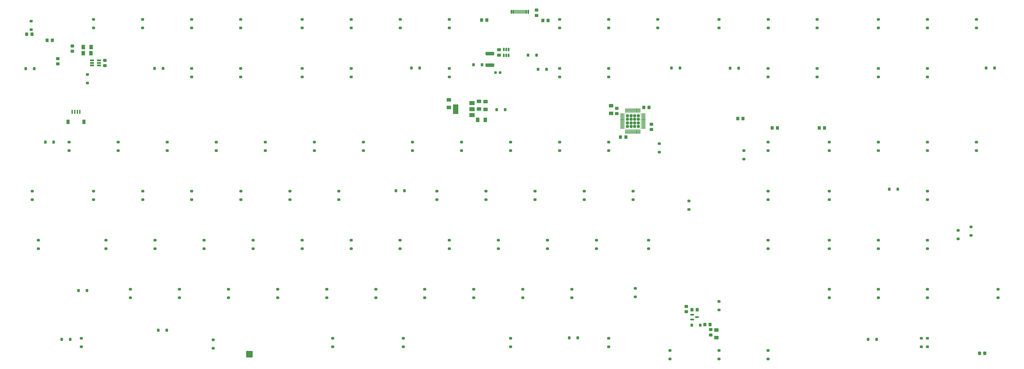
<source format=gbr>
G04 #@! TF.GenerationSoftware,KiCad,Pcbnew,7.0.1*
G04 #@! TF.CreationDate,2023-04-05T01:55:01-04:00*
G04 #@! TF.ProjectId,Boston-keyboard-V081JHA,426f7374-6f6e-42d6-9b65-79626f617264,rev?*
G04 #@! TF.SameCoordinates,Original*
G04 #@! TF.FileFunction,Paste,Bot*
G04 #@! TF.FilePolarity,Positive*
%FSLAX46Y46*%
G04 Gerber Fmt 4.6, Leading zero omitted, Abs format (unit mm)*
G04 Created by KiCad (PCBNEW 7.0.1) date 2023-04-05 01:55:01*
%MOMM*%
%LPD*%
G01*
G04 APERTURE LIST*
G04 Aperture macros list*
%AMRoundRect*
0 Rectangle with rounded corners*
0 $1 Rounding radius*
0 $2 $3 $4 $5 $6 $7 $8 $9 X,Y pos of 4 corners*
0 Add a 4 corners polygon primitive as box body*
4,1,4,$2,$3,$4,$5,$6,$7,$8,$9,$2,$3,0*
0 Add four circle primitives for the rounded corners*
1,1,$1+$1,$2,$3*
1,1,$1+$1,$4,$5*
1,1,$1+$1,$6,$7*
1,1,$1+$1,$8,$9*
0 Add four rect primitives between the rounded corners*
20,1,$1+$1,$2,$3,$4,$5,0*
20,1,$1+$1,$4,$5,$6,$7,0*
20,1,$1+$1,$6,$7,$8,$9,0*
20,1,$1+$1,$8,$9,$2,$3,0*%
G04 Aperture macros list end*
%ADD10RoundRect,0.250000X-0.350000X0.250000X-0.350000X-0.250000X0.350000X-0.250000X0.350000X0.250000X0*%
%ADD11RoundRect,0.250000X0.350000X0.450000X-0.350000X0.450000X-0.350000X-0.450000X0.350000X-0.450000X0*%
%ADD12RoundRect,0.250001X-0.462499X-0.624999X0.462499X-0.624999X0.462499X0.624999X-0.462499X0.624999X0*%
%ADD13RoundRect,0.250000X0.250000X0.350000X-0.250000X0.350000X-0.250000X-0.350000X0.250000X-0.350000X0*%
%ADD14RoundRect,0.250001X0.624999X-0.462499X0.624999X0.462499X-0.624999X0.462499X-0.624999X-0.462499X0*%
%ADD15R,2.000000X1.500000*%
%ADD16R,2.000000X3.800000*%
%ADD17RoundRect,0.250000X-0.450000X0.325000X-0.450000X-0.325000X0.450000X-0.325000X0.450000X0.325000X0*%
%ADD18RoundRect,0.237500X0.287500X0.237500X-0.287500X0.237500X-0.287500X-0.237500X0.287500X-0.237500X0*%
%ADD19RoundRect,0.250000X1.450000X-0.400000X1.450000X0.400000X-1.450000X0.400000X-1.450000X-0.400000X0*%
%ADD20RoundRect,0.250001X-0.624999X0.462499X-0.624999X-0.462499X0.624999X-0.462499X0.624999X0.462499X0*%
%ADD21RoundRect,0.254000X1.016000X1.016000X-1.016000X1.016000X-1.016000X-1.016000X1.016000X-1.016000X0*%
%ADD22RoundRect,0.250000X0.450000X-0.325000X0.450000X0.325000X-0.450000X0.325000X-0.450000X-0.325000X0*%
%ADD23RoundRect,0.075000X0.662500X0.075000X-0.662500X0.075000X-0.662500X-0.075000X0.662500X-0.075000X0*%
%ADD24RoundRect,0.075000X0.075000X0.662500X-0.075000X0.662500X-0.075000X-0.662500X0.075000X-0.662500X0*%
%ADD25RoundRect,0.250000X0.325000X0.450000X-0.325000X0.450000X-0.325000X-0.450000X0.325000X-0.450000X0*%
%ADD26RoundRect,0.250000X-0.325000X-0.450000X0.325000X-0.450000X0.325000X0.450000X-0.325000X0.450000X0*%
%ADD27RoundRect,0.150000X-0.150000X-0.575000X0.150000X-0.575000X0.150000X0.575000X-0.150000X0.575000X0*%
%ADD28RoundRect,0.075000X-0.075000X-0.650000X0.075000X-0.650000X0.075000X0.650000X-0.075000X0.650000X0*%
%ADD29R,1.560000X0.650000*%
%ADD30R,0.600000X1.550000*%
%ADD31R,1.200000X1.800000*%
%ADD32RoundRect,0.250000X-0.350000X-0.450000X0.350000X-0.450000X0.350000X0.450000X-0.350000X0.450000X0*%
%ADD33RoundRect,0.250000X0.315000X0.315000X-0.315000X0.315000X-0.315000X-0.315000X0.315000X-0.315000X0*%
%ADD34RoundRect,0.062500X0.375000X0.062500X-0.375000X0.062500X-0.375000X-0.062500X0.375000X-0.062500X0*%
%ADD35RoundRect,0.062500X0.062500X0.375000X-0.062500X0.375000X-0.062500X-0.375000X0.062500X-0.375000X0*%
%ADD36RoundRect,0.150000X-0.587500X-0.150000X0.587500X-0.150000X0.587500X0.150000X-0.587500X0.150000X0*%
%ADD37RoundRect,0.250000X-0.475000X0.337500X-0.475000X-0.337500X0.475000X-0.337500X0.475000X0.337500X0*%
%ADD38RoundRect,0.150000X0.150000X-0.512500X0.150000X0.512500X-0.150000X0.512500X-0.150000X-0.512500X0*%
G04 APERTURE END LIST*
D10*
X124340625Y-97256250D03*
X124340625Y-100556250D03*
D11*
X262700000Y-31025000D03*
X260700000Y-31025000D03*
D12*
X235412500Y-69625000D03*
X238387500Y-69625000D03*
D10*
X238640625Y-97256250D03*
X238640625Y-100556250D03*
D13*
X262150000Y-49925000D03*
X258850000Y-49925000D03*
D14*
X238400000Y-65512500D03*
X238400000Y-62537500D03*
D10*
X286265625Y-49631250D03*
X286265625Y-52931250D03*
X224353125Y-49631250D03*
X224353125Y-52931250D03*
D15*
X233150000Y-63125000D03*
X233150000Y-65425000D03*
D16*
X226850000Y-65425000D03*
D15*
X233150000Y-67725000D03*
D10*
X276778750Y-97256250D03*
X276778750Y-100556250D03*
X348178125Y-78206250D03*
X348178125Y-81506250D03*
D14*
X235900000Y-65412500D03*
X235900000Y-62437500D03*
D13*
X63150000Y-49725000D03*
X59850000Y-49725000D03*
D17*
X90600000Y-46500000D03*
X90600000Y-48550000D03*
D10*
X348216250Y-30581250D03*
X348216250Y-33881250D03*
X76715625Y-78206250D03*
X76715625Y-81506250D03*
X114853750Y-78206250D03*
X114853750Y-81506250D03*
D13*
X212906372Y-49495305D03*
X209606372Y-49495305D03*
D12*
X82262500Y-41325000D03*
X85237500Y-41325000D03*
D10*
X243403125Y-116306250D03*
X243403125Y-119606250D03*
X407709375Y-154406250D03*
X407709375Y-157706250D03*
X329128125Y-30581250D03*
X329128125Y-33881250D03*
X172003750Y-78206250D03*
X172003750Y-81506250D03*
X219590625Y-97256250D03*
X219590625Y-100556250D03*
D13*
X70750000Y-78225000D03*
X67450000Y-78225000D03*
D10*
X167241250Y-116306250D03*
X167241250Y-119606250D03*
X296600000Y-135075000D03*
X296600000Y-138375000D03*
X410090625Y-97256250D03*
X410090625Y-100556250D03*
D17*
X289400000Y-65139069D03*
X289400000Y-67189069D03*
D10*
X61975000Y-31275000D03*
X61975000Y-34575000D03*
X367228125Y-30581250D03*
X367228125Y-33881250D03*
X143390625Y-30581250D03*
X143390625Y-33881250D03*
X437475000Y-135356250D03*
X437475000Y-138656250D03*
X205341250Y-30581250D03*
X205341250Y-33881250D03*
X317460000Y-101066250D03*
X317460000Y-104366250D03*
X124340625Y-49631250D03*
X124340625Y-52931250D03*
D17*
X78000000Y-40900000D03*
X78000000Y-42950000D03*
D10*
X81478125Y-154406250D03*
X81478125Y-157706250D03*
D11*
X351800000Y-72725000D03*
X349800000Y-72725000D03*
D10*
X64809375Y-116306250D03*
X64809375Y-119606250D03*
X348178125Y-159168750D03*
X348178125Y-162468750D03*
X124340625Y-30581250D03*
X124340625Y-33881250D03*
D18*
X244075000Y-51225000D03*
X242325000Y-51225000D03*
D10*
X91003125Y-116306250D03*
X91003125Y-119606250D03*
X301743948Y-116306300D03*
X301743948Y-119606300D03*
D19*
X240100000Y-48350000D03*
X240100000Y-43900000D03*
D10*
X119578125Y-135356250D03*
X119578125Y-138656250D03*
X295790625Y-97256250D03*
X295790625Y-100556250D03*
X83859375Y-52012500D03*
X83859375Y-55312500D03*
X329128125Y-140118750D03*
X329128125Y-143418750D03*
D20*
X328100000Y-151237500D03*
X328100000Y-154212500D03*
D10*
X348178125Y-116306250D03*
X348178125Y-119606250D03*
D13*
X436148747Y-49495305D03*
X432848747Y-49495305D03*
D21*
X146740250Y-160660000D03*
D10*
X305911139Y-78801581D03*
X305911139Y-82101581D03*
X129103125Y-116306250D03*
X129103125Y-119606250D03*
D22*
X302900000Y-73350000D03*
X302900000Y-71300000D03*
D10*
X329128125Y-159168750D03*
X329128125Y-162468750D03*
X371990625Y-97256250D03*
X371990625Y-100556250D03*
X338800000Y-81550000D03*
X338800000Y-84850000D03*
X176766250Y-135356250D03*
X176766250Y-138656250D03*
X248165625Y-78206250D03*
X248165625Y-81506250D03*
X138628125Y-135356250D03*
X138628125Y-138656250D03*
D20*
X287200000Y-64081256D03*
X287200000Y-67056256D03*
D10*
X371990625Y-135356250D03*
X371990625Y-138656250D03*
X305315625Y-30581250D03*
X305315625Y-33881250D03*
D17*
X258250000Y-26975000D03*
X258250000Y-29025000D03*
D10*
X391040625Y-49631250D03*
X391040625Y-52931250D03*
X281503125Y-116306250D03*
X281503125Y-119606250D03*
X286265625Y-78206250D03*
X286265625Y-81506250D03*
X210065625Y-78206250D03*
X210065625Y-81506250D03*
X348178125Y-49631250D03*
X348178125Y-52931250D03*
D13*
X274223611Y-154270393D03*
X270923611Y-154270393D03*
D10*
X224391250Y-30581250D03*
X224391250Y-33881250D03*
X257690625Y-97256250D03*
X257690625Y-100556250D03*
X186253125Y-116306250D03*
X186253125Y-119606250D03*
X186253125Y-49631250D03*
X186253125Y-52931250D03*
X391040625Y-116306250D03*
X391040625Y-119606250D03*
X214828125Y-135396875D03*
X214828125Y-138696875D03*
D14*
X224200000Y-64812500D03*
X224200000Y-61837500D03*
D10*
X348178125Y-97256250D03*
X348178125Y-100556250D03*
X391040625Y-78206250D03*
X391040625Y-81506250D03*
X429140625Y-30581250D03*
X429140625Y-33881250D03*
X195816250Y-135356250D03*
X195816250Y-138656250D03*
X286265625Y-154406250D03*
X286265625Y-157706250D03*
X410090625Y-30581250D03*
X410090625Y-33881250D03*
X410090625Y-154406250D03*
X410090625Y-157706250D03*
D13*
X390309375Y-154865625D03*
X387009375Y-154865625D03*
D10*
X167203125Y-30581250D03*
X167203125Y-33881250D03*
D23*
X299813125Y-67316875D03*
X299813125Y-67816875D03*
X299813125Y-68316875D03*
X299813125Y-68816875D03*
X299813125Y-69316875D03*
X299813125Y-69816875D03*
X299813125Y-70316875D03*
X299813125Y-70816875D03*
X299813125Y-71316875D03*
X299813125Y-71816875D03*
X299813125Y-72316875D03*
X299813125Y-72816875D03*
D24*
X298400625Y-74229375D03*
X297900625Y-74229375D03*
X297400625Y-74229375D03*
X296900625Y-74229375D03*
X296400625Y-74229375D03*
X295900625Y-74229375D03*
X295400625Y-74229375D03*
X294900625Y-74229375D03*
X294400625Y-74229375D03*
X293900625Y-74229375D03*
X293400625Y-74229375D03*
X292900625Y-74229375D03*
D23*
X291488125Y-72816875D03*
X291488125Y-72316875D03*
X291488125Y-71816875D03*
X291488125Y-71316875D03*
X291488125Y-70816875D03*
X291488125Y-70316875D03*
X291488125Y-69816875D03*
X291488125Y-69316875D03*
X291488125Y-68816875D03*
X291488125Y-68316875D03*
X291488125Y-67816875D03*
X291488125Y-67316875D03*
D24*
X292900625Y-65904375D03*
X293400625Y-65904375D03*
X293900625Y-65904375D03*
X294400625Y-65904375D03*
X294900625Y-65904375D03*
X295400625Y-65904375D03*
X295900625Y-65904375D03*
X296400625Y-65904375D03*
X296900625Y-65904375D03*
X297400625Y-65904375D03*
X297900625Y-65904375D03*
X298400625Y-65904375D03*
D10*
X152953750Y-78206250D03*
X152953750Y-81506250D03*
D13*
X206953242Y-97120345D03*
X203653242Y-97120345D03*
D10*
X233878125Y-135356250D03*
X233878125Y-138656250D03*
X371990625Y-78206250D03*
X371990625Y-81506250D03*
X391040625Y-135356250D03*
X391040625Y-138656250D03*
X186253125Y-30581250D03*
X186253125Y-33881250D03*
D13*
X237050000Y-48225000D03*
X233750000Y-48225000D03*
D10*
X267215625Y-78206250D03*
X267215625Y-81506250D03*
X110053125Y-116306250D03*
X110053125Y-119606250D03*
X100528125Y-135356250D03*
X100528125Y-138656250D03*
D25*
X325625000Y-149125000D03*
X323575000Y-149125000D03*
D10*
X371990625Y-116306250D03*
X371990625Y-119606250D03*
X429140625Y-78206250D03*
X429140625Y-81506250D03*
X229115625Y-78206250D03*
X229115625Y-81506250D03*
D13*
X336750000Y-49525000D03*
X333450000Y-49525000D03*
D10*
X391040625Y-30581250D03*
X391040625Y-33881250D03*
X157716250Y-135356250D03*
X157716250Y-138656250D03*
D13*
X77175000Y-154900000D03*
X73875000Y-154900000D03*
D10*
X62428125Y-97256250D03*
X62428125Y-100556250D03*
D13*
X83650000Y-135900000D03*
X80350000Y-135900000D03*
D10*
X167203125Y-49631250D03*
X167203125Y-52931250D03*
D26*
X290875000Y-76325000D03*
X292925000Y-76325000D03*
D10*
X367228125Y-49631250D03*
X367228125Y-52931250D03*
D22*
X325900000Y-153150000D03*
X325900000Y-151100000D03*
D25*
X301915625Y-64821875D03*
X299865625Y-64821875D03*
D27*
X248487000Y-27575000D03*
X249287000Y-27575000D03*
D28*
X250487000Y-27575000D03*
X251483000Y-27575000D03*
X251987000Y-27575000D03*
X252987000Y-27575000D03*
D27*
X254987000Y-27575000D03*
X254187000Y-27575000D03*
D28*
X253487000Y-27575000D03*
X252487000Y-27575000D03*
X250987000Y-27575000D03*
X249987000Y-27575000D03*
D11*
X370100000Y-72725000D03*
X368100000Y-72725000D03*
D29*
X88350000Y-46521250D03*
X88350000Y-47471250D03*
X88350000Y-48421250D03*
X85650000Y-48421250D03*
X85650000Y-47471250D03*
X85650000Y-46521250D03*
D12*
X82237500Y-43725000D03*
X85212500Y-43725000D03*
D13*
X258250000Y-44425000D03*
X254950000Y-44425000D03*
D10*
X205266250Y-116306250D03*
X205266250Y-119606250D03*
D13*
X321850000Y-149325000D03*
X318550000Y-149325000D03*
D10*
X179109375Y-154406250D03*
X179109375Y-157706250D03*
D25*
X70225000Y-38725000D03*
X68175000Y-38725000D03*
D10*
X271978125Y-135356250D03*
X271978125Y-138656250D03*
X95765625Y-78206250D03*
X95765625Y-81506250D03*
D30*
X80900000Y-66500000D03*
X79900000Y-66500000D03*
X78900000Y-66500000D03*
X77900000Y-66500000D03*
D31*
X82500000Y-70375000D03*
X76300000Y-70375000D03*
D10*
X191015625Y-78206250D03*
X191015625Y-81506250D03*
X252928125Y-135356250D03*
X252928125Y-138656250D03*
X410090625Y-78206250D03*
X410090625Y-81506250D03*
D13*
X114679727Y-151293828D03*
X111379727Y-151293828D03*
D10*
X206493750Y-154406250D03*
X206493750Y-157706250D03*
D13*
X246050000Y-65625000D03*
X242750000Y-65625000D03*
D10*
X422000000Y-112575000D03*
X422000000Y-115875000D03*
X86240625Y-30581250D03*
X86240625Y-33881250D03*
X162478750Y-97256250D03*
X162478750Y-100556250D03*
X267215625Y-30581250D03*
X267215625Y-33881250D03*
X410090625Y-49631250D03*
X410090625Y-52931250D03*
D32*
X236900000Y-30825000D03*
X238900000Y-30825000D03*
D25*
X62300000Y-36325000D03*
X60250000Y-36325000D03*
D10*
X224353125Y-116306250D03*
X224353125Y-119606250D03*
D33*
X297750625Y-72166875D03*
X297750625Y-70766875D03*
X297750625Y-69366875D03*
X297750625Y-67966875D03*
X296350625Y-72166875D03*
X296350625Y-70766875D03*
X296350625Y-69366875D03*
X296350625Y-67966875D03*
X294950625Y-72166875D03*
X294950625Y-70766875D03*
X294950625Y-69366875D03*
X294950625Y-67966875D03*
X293550625Y-72166875D03*
X293550625Y-70766875D03*
X293550625Y-69366875D03*
X293550625Y-67966875D03*
D34*
X299088125Y-67316875D03*
X299088125Y-67816875D03*
X299088125Y-68316875D03*
X299088125Y-68816875D03*
X299088125Y-69316875D03*
X299088125Y-69816875D03*
X299088125Y-70316875D03*
X299088125Y-70816875D03*
X299088125Y-71316875D03*
X299088125Y-71816875D03*
X299088125Y-72316875D03*
X299088125Y-72816875D03*
D35*
X298400625Y-73504375D03*
X297900625Y-73504375D03*
X297400625Y-73504375D03*
X296900625Y-73504375D03*
X296400625Y-73504375D03*
X295900625Y-73504375D03*
X295400625Y-73504375D03*
X294900625Y-73504375D03*
X294400625Y-73504375D03*
X293900625Y-73504375D03*
X293400625Y-73504375D03*
X292900625Y-73504375D03*
D34*
X292213125Y-72816875D03*
X292213125Y-72316875D03*
X292213125Y-71816875D03*
X292213125Y-71316875D03*
X292213125Y-70816875D03*
X292213125Y-70316875D03*
X292213125Y-69816875D03*
X292213125Y-69316875D03*
X292213125Y-68816875D03*
X292213125Y-68316875D03*
X292213125Y-67816875D03*
X292213125Y-67316875D03*
D35*
X292900625Y-66629375D03*
X293400625Y-66629375D03*
X293900625Y-66629375D03*
X294400625Y-66629375D03*
X294900625Y-66629375D03*
X295400625Y-66629375D03*
X295900625Y-66629375D03*
X296400625Y-66629375D03*
X296900625Y-66629375D03*
X297400625Y-66629375D03*
X297900625Y-66629375D03*
X298400625Y-66629375D03*
D10*
X132675056Y-155001645D03*
X132675056Y-158301645D03*
X105328750Y-97256250D03*
X105328750Y-100556250D03*
D22*
X316400000Y-144150000D03*
X316400000Y-142100000D03*
D10*
X181490625Y-97256250D03*
X181490625Y-100556250D03*
D17*
X72300000Y-45825000D03*
X72300000Y-47875000D03*
D10*
X267215625Y-49631250D03*
X267215625Y-52931250D03*
X310078125Y-159168750D03*
X310078125Y-162468750D03*
D11*
X338400000Y-69125000D03*
X336400000Y-69125000D03*
D10*
X133903750Y-78206250D03*
X133903750Y-81506250D03*
X86240625Y-97256250D03*
X86240625Y-100556250D03*
D36*
X318662500Y-147175000D03*
X318662500Y-145275000D03*
X320537500Y-146225000D03*
D10*
X148153125Y-116306250D03*
X148153125Y-119606250D03*
D13*
X313973643Y-49495305D03*
X310673643Y-49495305D03*
D37*
X243700000Y-42387500D03*
X243700000Y-44462500D03*
D38*
X247450000Y-44562500D03*
X246500000Y-44562500D03*
X245550000Y-44562500D03*
X245550000Y-42287500D03*
X246500000Y-42287500D03*
X247450000Y-42287500D03*
D13*
X113250000Y-49625000D03*
X109950000Y-49625000D03*
D10*
X143428750Y-97256250D03*
X143428750Y-100556250D03*
X262453125Y-116306250D03*
X262453125Y-119606250D03*
X410090625Y-135356250D03*
X410090625Y-138656250D03*
D26*
X430275000Y-160325000D03*
X432325000Y-160325000D03*
X318575000Y-143325000D03*
X320625000Y-143325000D03*
D10*
X248165625Y-154406250D03*
X248165625Y-157706250D03*
X410090625Y-116306250D03*
X410090625Y-119606250D03*
X427000000Y-111150000D03*
X427000000Y-114450000D03*
D13*
X398508089Y-96525032D03*
X395208089Y-96525032D03*
D10*
X286303750Y-30581250D03*
X286303750Y-33881250D03*
X143390625Y-49631250D03*
X143390625Y-52931250D03*
X105290625Y-30581250D03*
X105290625Y-33881250D03*
M02*

</source>
